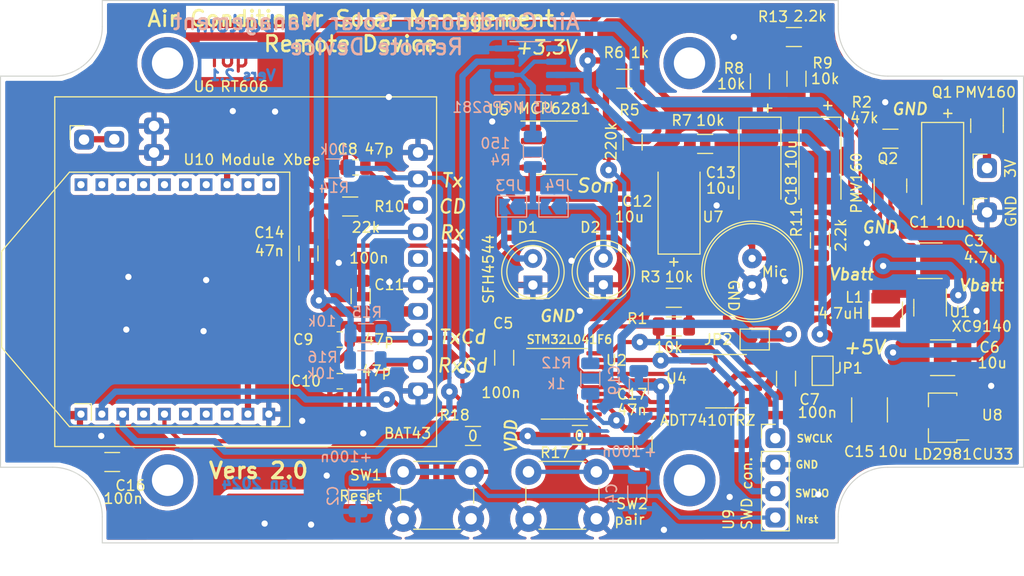
<source format=kicad_pcb>
(kicad_pcb (version 20221018) (generator pcbnew)
  (layers (0 "F.Cu" signal) (31 "B.Cu" signal) (34 "B.Paste" user) (35 "F.Paste" user) (36 "B.SilkS" user "B.Silkscreen") (37 "F.SilkS" user "F.Silkscreen") (38 "B.Mask" user) (39 "F.Mask" user) (44 "Edge.Cuts" user))
  (net 0 "")
  (net 1 "+3V0")
  (net 2 "GND")
  (net 3 "/Reset")
  (net 4 "/Vbatt")
  (net 5 "+5V")
  (net 6 "/UserBP")
  (net 7 "/DataIn")
  (net 8 "/TxCmde")
  (net 9 "/RxCmde")
  (net 10 "/MiC")
  (net 11 "/MIC_InAOP")
  (net 12 "/CarrierDetect")
  (net 13 "/VtGND")
  (net 14 "/LED_Top")
  (net 15 "/LED_Side")
  (net 16 "/SWCLK")
  (net 17 "/SWDIO")
  (net 18 "/LED")
  (net 19 "/Lx")
  (net 20 "/BoostEn")
  (net 21 "/Out_LED")
  (net 22 "/CR_AOP")
  (net 23 "/MicroPhone")
  (net 24 "/CD")
  (net 25 "/CT")
  (net 26 "/INT")
  (net 27 "/CmdeLED_IR")
  (net 28 "/DataOut")
  (net 29 "/SCL")
  (net 30 "/SDA")
  (net 38 "/Ant")
  (net 39 "/piles")
  (net 40 "VDD")
  (net 41 "/Pwr_ADT7410")
  (net 42 "+3V3")
  (net 43 "Net-(C18-Pad1)")
  (net 44 "/Son")
  (footprint "LibKiCad_PjtDeviceManagePV:SW" (layer "F.Cu") (at 64.75 110.5 180)
    (fp_text reference "SW1")
    (fp_text value "BP")
  )
  (footprint "Package_TO_SOT_SMD:SOT-23" (layer "F.Cu") (at 108.25 80.75 90)
    (fp_text reference "Q2")
    (fp_text value "PJA3411")
  )
  (footprint "Capacitor_Tantalum_SMD:CP_EIA-7132-20_AVX-U" (layer "F.Cu") (at 113.25 79 -90)
    (fp_text reference "C1")
    (fp_text value "10u")
  )
  (footprint "Jumper:SolderJumper-2_P1.3mm_Open_TrianglePad1.0x1.5mm" (layer "F.Cu") (at 95.25 95.5)
    (fp_text reference "JP2")
    (fp_text value "SolderJumper_2_Open")
  )
  (footprint "Jumper:SolderJumper-2_P1.3mm_Open_TrianglePad1.0x1.5mm" (layer "F.Cu") (at 101.75 98.5 -90)
    (fp_text reference "JP1")
    (fp_text value "SolderJumper_2_Open")
  )
  (footprint "LibKiCad_PjtDeviceManagePV:PinHeader1Pt" (layer "F.Cu") (at 117.5 79)
    (fp_text reference "J1")
    (fp_text value "pin")
  )
  (footprint "Capacitor_SMD:C_1206_3216Metric" (layer "F.Cu") (at 57.5 91.35 90)
    (fp_text reference "C11")
    (fp_text value "100n")
  )
  (footprint "Package_TO_SOT_SMD:SOT-23" (layer "F.Cu") (at 117.5 75 -90)
    (fp_text reference "Q1")
    (fp_text value "PJA3411")
  )
  (footprint "Resistor_SMD:R_1206_3216Metric" (layer "F.Cu") (at 99 66.5)
    (fp_text reference "R13")
    (fp_text value "2.2k")
  )
  (footprint "LibKiCad_INSA:XBEE-3-TH" (layer "F.Cu") (at 50.705 103.855 90)
    (fp_text reference "U10")
    (fp_text value "XBEE-3")
  )
  (footprint "Resistor_SMD:R_1206_3216Metric" (layer "F.Cu") (at 87.5 94.25 180)
    (fp_text reference "R1")
    (fp_text value "10k")
  )
  (footprint "LED_THT:LED_D5.0mm_IRGrey" (layer "F.Cu") (at 80.75 90.25 90)
    (fp_text reference "D2")
    (fp_text value "SFH4544")
  )
  (footprint "Package_SO:SOIC-8_3.9x4.9mm_P1.27mm" (layer "F.Cu") (at 76.30125 77.115)
    (fp_text reference "U5")
    (fp_text value "MCP6281")
  )
  (footprint "Resistor_SMD:R_1206_3216Metric" (layer "F.Cu") (at 87.5 91.5 180)
    (fp_text reference "R3")
    (fp_text value "10k")
  )
  (footprint "Capacitor_SMD:C_1206_3216Metric" (layer "F.Cu") (at 71.25 97.25 90)
    (fp_text reference "C5")
    (fp_text value "100n")
  )
  (footprint "Capacitor_SMD:C_1206_3216Metric" (layer "F.Cu") (at 52.5 87.25 -90)
    (fp_text reference "C14")
    (fp_text value "47n")
  )
  (footprint "Resistor_SMD:R_1206_3216Metric" (layer "F.Cu") (at 68.2625 104.75 180)
    (fp_text reference "R18")
    (fp_text value "0")
  )
  (footprint "Resistor_SMD:R_1206_3216Metric" (layer "F.Cu") (at 78.5 104.65)
    (fp_text reference "R17")
    (fp_text value "0")
  )
  (footprint "Inductor_SMD:L_Abracon_ASPI-3012S" (layer "F.Cu") (at 107.8 92.7 90)
    (fp_text reference "L1")
    (fp_text value "4.7u")
  )
  (footprint "Capacitor_SMD:C_1206_3216Metric" (layer "F.Cu") (at 84.5 105.5 -90)
    (fp_text reference "C17")
    (fp_text value "47n")
  )
  (footprint "Capacitor_SMD:C_0805_2012Metric" (layer "F.Cu") (at 55.5 95.5 180)
    (fp_text reference "C9")
    (fp_text value "47p")
  )
  (footprint "Capacitor_SMD:C_1206_3216Metric" (layer "F.Cu") (at 98.25 99.25 -90)
    (fp_text reference "C7")
    (fp_text value "100n")
  )
  (footprint "Capacitor_Tantalum_SMD:CP_EIA-7132-20_AVX-U" (layer "F.Cu") (at 101.5 78.5 -90)
    (fp_text reference "C18")
    (fp_text value "10u")
  )
  (footprint "LibKiCad_PjtDeviceManagePV:PinHeader1Pt" (layer "F.Cu") (at 117.5 83.25)
    (fp_text reference "J2")
    (fp_text value "pin")
  )
  (footprint "Package_SO:TSSOP-20_4.4x6.5mm_P0.65mm" (layer "F.Cu") (at 77 99.75)
    (fp_text reference "U2")
    (fp_text value "STM32L041F6Px")
  )
  (footprint "Capacitor_SMD:C_1812_4532Metric" (layer "F.Cu") (at 113.25 97.25)
    (fp_text reference "C6")
    (fp_text value "10u")
  )
  (footprint "Resistor_SMD:R_1206_3216Metric" (layer "F.Cu") (at 90.5 76.75)
    (fp_text reference "R7")
    (fp_text value "10k")
  )
  (footprint "Resistor_SMD:R_1206_3216Metric" (layer "F.Cu") (at 82.75 70.5 180)
    (fp_text reference "R6")
    (fp_text value "1k")
  )
  (footprint "Resistor_SMD:R_1206_3216Metric" (layer "F.Cu") (at 108.25 76.25 180)
    (fp_text reference "R2")
    (fp_text value "47k")
  )
  (footprint "Capacitor_SMD:C_0805_2012Metric" (layer "F.Cu") (at 57 79 180)
    (fp_text reference "C8")
    (fp_text value "47p")
  )
  (footprint "Resistor_SMD:R_1206_3216Metric" (layer "F.Cu") (at 83.55125 76.615 -90)
    (fp_text reference "R5")
    (fp_text value "220k")
  )
  (footprint "Package_SO:SOP-8_3.9x4.9mm_P1.27mm" (layer "F.Cu") (at 92.5 99.5)
    (fp_text reference "U4")
    (fp_text value "ADT7410TRZ")
  )
  (footprint "Capacitor_Tantalum_SMD:CP_EIA-7132-20_AVX-U" (layer "F.Cu") (at 88 83 90)
    (fp_text reference "C12")
    (fp_text value "10u")
  )
  (footprint "Capacitor_SMD:C_1206_3216Metric" (layer "F.Cu") (at 33.7 107.25)
    (fp_text reference "C16")
    (fp_text value "100n")
  )
  (footprint "Resistor_SMD:R_1206_3216Metric" (layer "F.Cu") (at 99.25 70.5 90)
    (fp_text reference "R9")
    (fp_text value "10k")
  )
  (footprint "Capacitor_SMD:C_1812_4532Metric" (layer "F.Cu") (at 106.25 102.25 90)
    (fp_text reference "C15")
    (fp_text value "10u")
  )
  (footprint "Capacitor_Tantalum_SMD:CP_EIA-7132-20_AVX-U" (layer "F.Cu") (at 95.75 78.5 -90)
    (fp_text reference "C13")
    (fp_text value "10u")
  )
  (footprint "LED_THT:LED_D5.0mm_IRGrey" (layer "F.Cu") (at 74 90.275 90)
    (fp_text reference "D1")
    (fp_text value "SFH4544")
  )
  (footprint "LibKiCad_PjtDeviceManagePV:RT606" (layer "F.Cu") (at 47.5 89)
    (fp_text reference "U6")
    (fp_text value "RT606")
  )
  (footprint "LibKiCad_PjtDeviceManagePV:SW" (layer "F.Cu") (at 76.75 110.5 180)
    (fp_text reference "SW2")
    (fp_text value "BP")
  )
  (footprint "Capacitor_SMD:C_1812_4532Metric" (layer "F.Cu") (at 112.05 87.95)
    (fp_text reference "C3")
    (fp_text value "4.7u")
  )
  (footprint "Package_TO_SOT_SMD:SOT-23-5" (layer "F.Cu") (at 112.05 92.45 -90)
    (fp_text reference "U1")
    (fp_text value "XC9140")
  )
  (footprint "Capacitor_SMD:C_0805_2012Metric" (layer "F.Cu") (at 55.5 99.5 180)
    (fp_text reference "C10")
    (fp_text value "47p")
  )
  (footprint "Resistor_SMD:R_1206_3216Metric" (layer "F.Cu") (at 56.5 82.75)
    (fp_text reference "R10")
    (fp_text value "22k")
  )
  (footprint "Package_TO_SOT_SMD:SOT-89-3_Handsoldering" (layer "F.Cu") (at 113.25 103 180)
    (fp_text reference "U8")
    (fp_text value "LD2981CU33")
  )
  (footprint "LibKiCad_PjtDeviceManagePV:PinHeader1Pt" (layer "F.Cu") (at 31 76.273)
    (fp_text reference "J3" hide)
    (fp_text value "Ant")
  )
  (footprint "Resistor_SMD:R_1206_3216Metric" (layer "F.Cu") (at 95.75 70.75 -90)
    (fp_text reference "R8")
    (fp_text value "10k")
  )
  (footprint "Resistor_SMD:R_1206_3216Metric" (layer "F.Cu") (at 101.5 86 -90)
    (fp_text reference "R11")
    (fp_text value "2.2k")
  )
  (footprint "LibKiCad_PjtDeviceManagePV:Microphone" (layer "F.Cu") (at 95 89 -90)
    (fp_text reference "U7")
    (fp_text value "Microphone")
  )
  (footprint "LibKiCad_PjtDeviceManagePV:PinHeader4pts" (layer "F.Cu") (at 97.5 107.75)
    (fp_text reference "U9")
    (fp_text value "Con_4pts")
  )
  (footprint "Jumper:SolderJumper-2_P1.3mm_Open_TrianglePad1.0x1.5mm" (layer "B.Cu") (at 72 82.75 180)
    (fp_text reference "JP3")
    (fp_text value "SolderJumper_2_Open")
  )
  (footprint "Resistor_SMD:R_1206_3216Metric" (layer "B.Cu") (at 79.5 99.25 -90)
    (fp_text reference "R12")
    (fp_text value "1k")
  )
  (footprint "Resistor_SMD:R_1206_3216Metric" (layer "B.Cu") (at 54.95 79.1)
    (fp_text reference "R14")
    (fp_text value "10k")
  )
  (footprint "Resistor_SMD:R_1206_3216Metric" (layer "B.Cu") (at 58 94.9)
    (fp_text reference "R15")
    (fp_text value "10k")
  )
  (footprint "Capacitor_SMD:C_1206_3216Metric" (layer "B.Cu") (at 84 110.25 -90)
    (fp_text reference "C4")
    (fp_text value "100n")
  )
  (footprint "Package_SO:SOIC-8_3.9x4.9mm_P1.27mm" (layer "B.Cu") (at 73.75 69.5)
    (fp_text reference "U3")
    (fp_text value "MCP6281")
  )
  (footprint "Capacitor_SMD:C_1206_3216Metric" (layer "B.Cu") (at 84.15 100 -90)
    (fp_text reference "C19")
    (fp_text value "100n")
  )
  (footprint "Jumper:SolderJumper-2_P1.3mm_Open_TrianglePad1.0x1.5mm" (layer "B.Cu") (at 75.975 82.75 180)
    (fp_text reference "JP4")
    (fp_text value "SolderJumper_2_Open")
  )
  (footprint "Resistor_SMD:R_1206_3216Metric" (layer "B.Cu") (at 74 77.5 90)
    (fp_text reference "R4")
    (fp_text value "150")
  )
  (footprint "Resistor_SMD:R_1206_3216Metric" (layer "B.Cu") (at 57.95 97.5)
    (fp_text reference "R16")
    (fp_text value "10k")
  )
  (footprint "Capacitor_SMD:C_1206_3216Metric" (layer "B.Cu") (at 57.25 110.5 -90)
    (fp_text reference "C2")
    (fp_text value "100n")
  )
  (gr_line (start 28 107.75) (end 23 107.75) (stroke (width 0.1)) (layer "Edge.Cuts"))
  (gr_line (start 103.25 112.5) (end 103.25 115) (stroke (width 0.1)) (layer "Edge.Cuts"))
  (gr_line (start 108 107.75) (end 121 107.75) (stroke (width 0.1)) (layer "Edge.Cuts"))
  (gr_line (start 32.75 63) (end 103.25 63) (stroke (width 0.1)) (layer "Edge.Cuts"))
  (gr_line (start 121 70.25) (end 121 107.75) (stroke (width 0.1)) (layer "Edge.Cuts"))
  (gr_line (start 32.75 65.5) (end 32.75 63) (stroke (width 0.1)) (layer "Edge.Cuts"))
  (gr_arc (start 103.25 112.5) (mid 104.641243 109.141243) (end 108 107.75) (stroke (width 0.1)) (layer "Edge.Cuts"))
  (gr_arc (start 28 107.75) (mid 31.358757 109.141243) (end 32.75 112.5) (stroke (width 0.1)) (layer "Edge.Cuts"))
  (gr_line (start 23 107.75) (end 23 70.25) (stroke (width 0.1)) (layer "Edge.Cuts"))
  (gr_line (start 32.75 112.5) (end 32.75 115) (stroke (width 0.1)) (layer "Edge.Cuts"))
  (gr_line (start 28 70.25) (end 23 70.25) (stroke (width 0.1)) (layer "Edge.Cuts"))
  (gr_line (start 103.256565 65.250346) (end 103.25 63) (stroke (width 0.1)) (layer "Edge.Cuts"))
  (gr_line (start 103.25 115) (end 32.75 115) (stroke (width 0.1)) (layer "Edge.Cuts"))
  (gr_arc (start 108 70.25) (mid 104.554107 68.7693) (end 103.256565 65.250346) (stroke (width 0.1)) (layer "Edge.Cuts"))
  (gr_line (start 108 70.25) (end 121 70.25) (stroke (width 0.1)) (layer "Edge.Cuts"))
  (gr_arc (start 32.75 65.5) (mid 31.358757 68.858757) (end 28 70.25) (stroke (width 0.1)) (layer "Edge.Cuts"))
  (gr_text "Top" (at 44.85 68.6) (layer "F.Cu") (effects (font (size 1.5 1.5) (thickness 0.3))))
  (gr_text "bottom" (at 45.5 65.25) (layer "B.Cu") (effects (font (size 1.5 1.5) (thickness 0.3)) (justify mirror)))
  (gr_text "Jan 2024" (at 51.5 109.9) (layer "B.Cu") (effects (font (size 1 1) (thickness 0.25) bold) (justify left bottom mirror)))
  (gr_text "Vers 2.1" (at 49.5 70.75) (layer "B.Cu") (effects (font (size 1 1) (thickness 0.25) bold) (justify left bottom mirror)))
  (gr_text "+" (at 85.25 106.25) (layer "B.SilkS") (effects (font (size 1 1)) (justify mirror)))
  (gr_text "100n" (at 55.5 106.75) (layer "B.SilkS") (effects (font (size 1 1)) (justify mirror)))
  (gr_text "100n" (at 82.5 106.25) (layer "B.SilkS") (effects (font (size 1 1)) (justify mirror)))
  (gr_text "+" (at 58 106.75) (layer "B.SilkS") (effects (font (size 1 1)) (justify mirror)))
  (gr_text "1k" (at 76.25 99.75) (layer "B.SilkS") (effects (font (size 1 1)) (justify mirror)))
  (gr_text "150" (at 70.4 76.7) (layer "B.SilkS") (effects (font (size 1 1)) (justify mirror)))
  (gr_text "MCP6281" (at 69.75 73.25) (layer "B.SilkS") (effects (font (size 1 1)) (justify mirror)))
  (gr_text "Air Conditioner Solar Management\nRemote Device" (at 59 66.25) (layer "B.SilkS") (effects (font (size 1.5 1.5) (thickness 0.25)) (justify mirror)))
  (gr_text "GND\n" (at 119.8 83.2 90) (layer "F.SilkS") (effects (font (size 1 1))))
  (gr_text "ADT7410TRZ" (at 90.75 103.25) (layer "F.SilkS") (effects (font (size 1 1))))
  (gr_text "47k" (at 105.75 74.25) (layer "F.SilkS") (effects (font (size 1 1))))
  (gr_text "10k" (at 91 74.5) (layer "F.SilkS") (effects (font (size 1 1))))
  (gr_text "Tx" (at 66.25 80.25) (layer "F.SilkS") (effects (font (size 1.3 1.3) (thickness 0.2) italic)))
  (gr_text "47p" (at 59.25 95.5) (layer "F.SilkS") (effects (font (size 1 1))))
  (gr_text "1k" (at 84.25 68) (layer "F.SilkS") (effects (font (size 1 1))))
  (gr_text "Air Conditioner Solar Management\nRemote Device" (at 56.55 65.95) (layer "F.SilkS") (effects (font (size 1.5 1.5) (thickness 0.25))))
  (gr_text "2.2k\n" (at 103.5 85.5 90) (layer "F.SilkS") (effects (font (size 1 1))))
  (gr_text "100n\n" (at 101.25 102.5) (layer "F.SilkS") (effects (font (size 1 1))))
  (gr_text "10k" (at 87 96.25) (layer "F.SilkS") (effects (font (size 1 1))))
  (gr_text "Reset" (at 57.5 110.5) (layer "F.SilkS") (effects (font (size 1 1))))
  (gr_text "+3,3V" (at 75.25 67.5) (layer "F.SilkS") (effects (font (size 1.3 1.3) (thickness 0.2) italic)))
  (gr_text "10k" (at 102 70.5) (layer "F.SilkS") (effects (font (size 1 1))))
  (gr_text "PMV160" (at 105 80.5 90) (layer "F.SilkS") (effects (font (size 1 1))))
  (gr_text "MCP6281" (at 76.05125 73.365) (layer "F.SilkS") (effects (font (size 1 1))))
  (gr_text "GND" (at 76.35 93.25) (layer "F.SilkS") (effects (font (size 1.1 1.1) (thickness 0.2) italic)))
  (gr_text "Vers 2.0" (at 42.8 108.95) (layer "F.SilkS") (effects (font (size 1.5 1.5) (thickness 0.3) bold) (justify left bottom)))
  (gr_text "LD2981CU33" (at 115.25 106.5) (layer "F.SilkS") (effects (font (size 1 1))))
  (gr_text "4.7u" (at 116.9 87.65) (layer "F.SilkS") (effects (font (size 1 1))))
  (gr_text "10u" (at 83.25 83.75) (layer "F.SilkS") (effects (font (size 1 1))))
  (gr_text "+" (at 102.25 73) (layer "F.SilkS") (effects (font (size 1 1))))
  (gr_text "RxCd" (at 67.25 98) (layer "F.SilkS") (effects (font (size 1.3 1.3) (thickness 0.2) italic)))
  (gr_text "+" (at 87.5 88) (layer "F.SilkS") (effects (font (size 1 1))))
  (gr_text "47n" (at 83.5 102.25) (layer "F.SilkS") (effects (font (size 1 1))))
  (gr_text "SWCLK" (at 101 105) (layer "F.SilkS") (effects (font (size 0.7 0.7))))
  (gr_text "SFH4544" (at 69.75 88.75 90) (layer "F.SilkS") (effects (font (size 1 1))))
  (gr_text "22k" (at 58 84.75) (layer "F.SilkS") (effects (font (size 1 1))))
  (gr_text "10u" (at 118 97.75) (layer "F.SilkS") (effects (font (size 1 1))))
  (gr_text "Vbatt" (at 116.95 90.3) (layer "F.SilkS") (effects (font (size 1.1 1.1) (thickness 0.2) italic)))
  (gr_text "SWDIO" (at 100.75 110.25) (layer "F.SilkS") (effects (font (size 0.7 0.7))))
  (gr_text "10u" (at 98.75 77.75 90) (layer "F.SilkS") (effects (font (size 1 1))))
  (gr_text "3V" (at 119.75 79.1 90) (layer "F.SilkS") (effects (font (size 1 1))))
  (gr_text "RT606 " (at 46.75 71.25) (layer "F.SilkS") (effects (font (size 1 1))))
  (gr_text "PMV160" (at 117.35 71.8) (layer "F.SilkS") (effects (font (size 1 1))))
  (gr_text "47n" (at 48.75 87) (layer "F.SilkS") (effects (font (size 1 1))))
  (gr_text "10k" (at 93 71) (layer "F.SilkS") (effects (font (size 1 1))))
  (gr_text "220k" (at 81.5 76.5 90) (layer "F.SilkS") (effects (font (size 1 1))))
  (gr_text "Mic\n" (at 98.5 89) (layer "F.SilkS") (effects (font (size 1 1)) (justify right)))
  (gr_text "XC9140" (at 117 94.25) (layer "F.SilkS") (effects (font (size 1 1))))
  (gr_text "CD" (at 66.25 82.75) (layer "F.SilkS") (effects (font (size 1.3 1.3) (thickness 0.2) italic)))
  (gr_text "SWD con." (at 94.5 110.25 90) (layer "F.SilkS") (effects (font (size 1 1))))
  (gr_text "BAT43" (at 62 104.5) (layer "F.SilkS") (effects (font (size 1 1))))
  (gr_text "100n" (at 58.3 87.7) (layer "F.SilkS") (effects (font (size 1 1))))
  (gr_text "Son" (at 80 80.75) (layer "F.SilkS") (effects (font (size 1.3 1.3) (thickness 0.2) italic)))
  (gr_text "TxCd" (at 67.25 95.25) (layer "F.SilkS") (effects (font (size 1.3 1.3) (thickness 0.2) italic)))
  (gr_text "100n" (at 34.75 110.75) (layer "F.SilkS") (effects (font (size 1 1))))
  (gr_text "GND" (at 110.1 73.4) (layer "F.SilkS") (effects (font (size 1.1 1.1) (thickness 0.2) italic)))
  (gr_text "Vbatt" (at 104.5 89.25) (layer "F.SilkS") (effects (font (size 1.1 1.1) (thickness 0.2) italic)))
  (gr_text "Nrst" (at 100.25 112.75) (layer "F.SilkS") (effects (font (size 0.7 0.7))))
  (gr_text "+" (at 113.75 73.75) (layer "F.SilkS") (effects (font (size 1 1)) (justify mirror)))
  (gr_text "GND" (at 107.25 84.75) (layer "F.SilkS") (effects (font (size 1.1 1.1) (thickness 0.2) italic)))
  (gr_text "+5V" (at 105.75 96.25) (layer "F.SilkS") (effects (font (size 1.3 1.3) (thickness 0.2) italic)))
  (gr_text "VDD" (at 71.9 104.75 90) (layer "F.SilkS") (effects (font (size 1.1 1.1) (thickness 0.2) italic)))
  (gr_text "Rx" (at 66.25 85.25) (layer "F.SilkS") (effects (font (size 1.3 1.3) (thickness 0.2) italic)))
  (gr_text "100n" (at 70.95 100.6) (layer "F.SilkS") (effects (font (size 1 1))))
  (gr_text "10u" (at 108.5 106.25) (layer "F.SilkS") (effects (font (size 1 1))))
  (gr_text "10u" (at 114 84.25) (layer "F.SilkS") (effects (font (size 1 1))))
  (gr_text "+" (at 96.5 73.25) (layer "F.SilkS") (effects (font (size 1 1))))
  (gr_text "GND\n" (at 100.25 107.5) (layer "F.SilkS") (effects (font (size 0.7 0.7))))
  (gr_text "10u" (at 92 81) (layer "F.SilkS") (effects (font (size 1 1))))
  (gr_text "STM32L041F6" (at 77.5 95.5) (layer "F.SilkS") (effects (font (size 0.8 0.8))))
  (gr_text "47p" (at 59 98.5) (layer "F.SilkS") (effects (font (size 1 1))))
  (gr_text "10k" (at 88 89.5) (layer "F.SilkS") (effects (font (size 1 1))))
  (gr_text "pair" (at 83.25 112.75) (layer "F.SilkS") (effects (font (size 1 1))))
  (gr_text " Module Xbee" (at 48.5 78.25) (layer "F.SilkS") (effects (font (size 1 1))))
  (gr_text "4.7uH" (at 103.5 93) (layer "F.SilkS") (effects (font (size 1 1))))
  (gr_text "47p" (at 59.25 77.25) (layer "F.SilkS") (effects (font (size 1 1))))
  (via locked (at 39 109) (size 5) (drill 3) (layers "F.Cu" "B.Cu") (net 0))
  (via locked (at 89 109) (size 5) (drill 3) (layers "F.Cu" "B.Cu") (net 0))
  (via locked (at 89 69) (size 5) (drill 3) (layers "F.Cu" "B.Cu") (net 0))
  (via locked (at 39 69) (size 5) (drill 3) (layers "F.Cu" "B.Cu") (net 0))
  (segment (start 116.55 74.0625) (end 116.55 71.7) (width 0.8) (layer "F.Cu") (net 1))
  (segment (start 102 106) (end 102.75 106.75) (width 0.8) (layer "F.Cu") (net 1))
  (segment (start 118.5 106.75) (end 120 105.25) (width 0.8) (layer "F.Cu") (net 1))
  (segment (start 113.75 71.5) (end 113.25 72) (width 0.8) (layer "F.Cu") (net 1))
  (segment (start 116.55 71.7) (end 116.75 71.5) (width 0.8) (layer "F.Cu") (net 1))
  (segment (start 113.25 72) (end 113.25 76.025) (width 0.8) (layer "F.Cu") (net 1))
  (segment (start 120 105.25) (end 120 72.75) (width 0.8) (layer "F.Cu") (net 1))
  (segment (start 116.75 71.5) (end 113.75 71.5) (width 0.8) (layer "F.Cu") (net 1))
  (segment (start 100.75 102.75) (end 102 104) (width 0.8) (layer "F.Cu") (net 1))
  (segment (start 113.475 76.25) (end 109.7125 76.25) (width 1) (layer "F.Cu") (net 1))
  (segment (start 118.75 71.5) (end 116.75 71.5) (width 0.8) (layer "F.Cu") (net 1))
  (segment (start 109.7125 76.25) (end 109.7125 81.175) (width 0.8) (layer "F.Cu") (net 1))
  (segment (start 102.75 106.75) (end 118.5 106.75) (width 0.8) (layer "F.Cu") (net 1))
  (segment (start 109.7125 81.175) (end 109.2 81.6875) (width 0.6) (layer "F.Cu") (net 1))
  (segment (start 120 72.75) (end 118.75 71.5) (width 0.8) (layer "F.Cu") (net 1))
  (segment (start 95.25 103.5) (end 96 102.75) (width 0.8) (layer "F.Cu") (net 1))
  (segment (start 95.25 104.75) (end 95.25 103.5) (width 0.8) (layer "F.Cu") (net 1))
  (segment (start 94.5 105.5) (end 95.25 104.75) (width 0.8) (layer "F.Cu") (net 1))
  (segment (start 96 102.75) (end 100.75 102.75) (width 0.8) (layer "F.Cu") (net 1))
  (segment (start 81 105) (end 81.5 105.5) (width 0.8) (layer "F.Cu") (net 1))
  (segment (start 80.15 105) (end 81 105) (width 0.8) (layer "F.Cu") (net 1))
  (segment (start 102 104) (end 102 106) (width 0.8) (layer "F.Cu") (net 1))
  (segment (start 81.5 105.5) (end 94.5 105.5) (width 0.8) (layer "F.Cu") (net 1))
  (segment (start 89.875 100.135) (end 89.875 101.405) (width 0.4) (layer "F.Cu") (net 2))
  (segment (start 78.825 100.075) (end 79.8625 100.075) (width 0.4) (layer "F.Cu") (net 2))
  (segment (start 92.25 100.15) (end 89.99 100.15) (width 0.6) (layer "F.Cu") (net 2))
  (segment (start 106.25 96.5) (end 105.25 95.5) (width 0.6) (layer "F.Cu") (net 2))
  (segment (start 95.125 98.865) (end 93.635 98.865) (width 0.6) (layer "F.Cu") (net 2))
  (segment (start 71.975 90.275) (end 74 90.275) (width 0.6) (layer "F.Cu") (net 2))
  (segment (start 75.575 96.825) (end 78.825 100.075) (width 0.4) (layer "F.Cu") (net 2))
  (segment (start 105.25 95.5) (end 105.25 87) (width 0.6) (layer "F.Cu") (net 2))
  (segment (start 85.25 101.5) (end 89.78 101.5) (width 0.4) (layer "F.Cu") (net 2))
  (segment (start 83.825 100.075) (end 85.25 101.5) (width 0.4) (layer "F.Cu") (net 2))
  (segment (start 74.1375 96.1375) (end 73.75 95.75) (width 0.4) (layer "F.Cu") (net 2))
  (segment (start 93.535 98.865) (end 93.635 98.865) (width 0.6) (layer "F.Cu") (net 2))
  (segment (start 74.1375 96.825) (end 74.1375 96.1375) (width 0.4) (layer "F.Cu") (net 2))
  (segment (start 74.1375 96.825) (end 75.575 96.825) (width 0.4) (layer "F.Cu") (net 2))
  (segment (start 71.275 95.75) (end 71.25 95.775) (width 0.4) (layer "F.Cu") (net 2))
  (segment (start 71.25 91) (end 71.975 90.275) (width 0.6) (layer "F.Cu") (net 2))
  (segment (start 95.75 81.275) (end 101.5 81.275) (width 0.6) (layer "F.Cu") (net 2))
  (segment (start 89.78 101.5) (end 89.875 101.405) (width 0.4) (layer "F.Cu") (net 2))
  (segment (start 105.25 87) (end 106 86.25) (width 0.6) (layer "F.Cu") (net 2))
  (segment (start 112.05 88.7) (end 112.05 91.3125) (width 0.6) (layer "F.Cu") (net 2))
  (segment (start 106.25 100.2) (end 106.25 96.5) (width 0.6) (layer "F.Cu") (net 2))
  (segment (start 79.8625 100.075) (end 83.825 100.075) (width 0.4) (layer "F.Cu") (net 2))
  (segment (start 71.25 95.775) (end 71.25 91) (width 0.6) (layer "F.Cu") (net 2))
  (segment (start 114.1 87.95) (end 112.8 87.95) (width 0.6) (layer "F.Cu") (net 2))
  (segment (start 73.75 95.75) (end 71.275 95.75) (width 0.4) (layer "F.Cu") (net 2))
  (segment (start 92.25 100.15) (end 93.535 98.865) (width 0.6) (layer "F.Cu") (net 2))
  (segment (start 112.8 87.95) (end 112.05 88.7) (width 0.6) (layer "F.Cu") (net 2))
  (via (at 60.2 72.25) (size 1.6) (drill 0.6) (layers "F.Cu" "B.Cu") (net 2))
  (via (at 60.25 90) (size 1.6) (drill 0.6) (layers "F.Cu" "B.Cu") (net 2))
  (via (at 51.9 103.3) (size 1.6) (drill 0.6) (layers "F.Cu" "B.Cu") (net 2))
  (via (at 70.1 74.6) (size 1.6) (drill 0.6) (layers "F.Cu" "B.Cu") (net 2))
  (via (at 91.6 82.65) (size 1.6) (drill 0.6) (layers "F.Cu" "B.Cu") (net 2))
  (via (at 55.4 88.15) (size 1.6) (drill 0.6) (layers "F.Cu" "B.Cu") (net 2))
  (via (at 98.15 89.9) (size 1.6) (drill 0.6) (layers "F.Cu" "B.Cu") (net 2))
  (via (at 54.25 108.55) (size 1.6) (drill 0.6) (layers "F.Cu" "B.Cu") (net 2))
  (via (at 32.65 104.75) (size 1.6) (drill 0.6) (layers "F.Cu" "B.Cu") (net 2))
  (via (at 49.3 73.65) (size 1.6) (drill 0.6) (layers "F.Cu" "B.Cu") (net 2))
  (via (at 48.3 113.15) (size 1.6) (drill 0.6) (layers "F.Cu" "B.Cu") (net 2))
  (via (at 45.25 73.6) (size 1.6) (drill 0.6) (layers "F.Cu" "B.Cu") (net 2))
  (via (at 35.25 89.5) (size 1.6) (drill 0.6) (layers "F.Cu" "B.Cu") (net 2))
  (via (at 107.75 72.75) (size 1.6) (drill 0.6) (layers "F.Cu" "B.Cu") (net 2))
  (via (at 106 86.25) (size 1.6) (drill 0.6) (layers "F.Cu" "B.Cu") (net 2))
  (via (at 35.05 94.55) (size 1.6) (drill 0.6) (layers "F.Cu" "B.Cu") (net 2))
  (via (at 92.85 110.6) (size 1.6) (drill 0.6) (layers "F.Cu" "B.Cu") (net 2))
  (via (at 78.5 92.75) (size 1.6) (drill 0.6) (layers "F.Cu" "B.Cu") (net 2))
  (via (at 57.75 104.5) (size 1.6) (drill 0.6) (layers "F.Cu" "B.Cu") (net 2))
  (via (at 116.5 92.75) (size 1.6) (drill 0.6) (layers "F.Cu" "B.Cu") (net 2))
  (via (at 42.45 94.7) (size 1.6) (drill 0.6) (layers "F.Cu" "B.Cu") (net 2))
  (via (at 93.25 66.5) (size 1.6) (drill 0.6) (layers "F.Cu" "B.Cu") (net 2))
  (via (at 77.7 87.95) (size 1.6) (drill 0.6) (layers "F.Cu" "B.Cu") (net 2))
  (via (at 52.75 113.25) (size 1.6) (drill 0.6) (layers "F.Cu" "B.Cu") (net 2))
  (via (at 101.35 110.35) (size 1.6) (drill 0.6) (layers "F.Cu" "B.Cu") (net 2))
  (via (at 117.9 99.95) (size 1.6) (drill 0.6) (layers "F.Cu" "B.Cu") (net 2))
  (via (at 42.7 89.8) (size 1.6) (drill 0.6) (layers "F.Cu" "B.Cu") (net 2))
  (via (at 86.55 113.75) (size 1.6) (drill 0.6) (layers "F.Cu" "B.Cu") (net 2))
  (segment (start 72 106.25) (end 70.06 108.19) (width 0.4) (layer "F.Cu") (net 3))
  (segment (start 77.5 106.25) (end 72 106.25) (width 0.4) (layer "F.Cu") (net 3))
  (segment (start 78.1 100.85) (end 78.1 105.65) (width 0.4) (layer "F.Cu") (net 3))
  (segment (start 74.1375 98.775) (end 76.025 98.775) (width 0.4) (layer "F.Cu") (net 3))
  (segment (start 78.1 105.65) (end 77.5 106.25) (width 0.4) (layer "F.Cu") (net 3))
  (segment (start 76.025 98.775) (end 78.1 100.85) (width 0.4) (layer "F.Cu") (net 3))
  (segment (start 70.06 108.19) (end 68.076 108.19) (width 0.4) (layer "F.Cu") (net 3))
  (segment (start 68.076 108.826) (end 68.076 108.19) (width 0.4) (layer "B.Cu") (net 3))
  (segment (start 69.75 110.5) (end 68.076 108.826) (width 0.4) (layer "B.Cu") (net 3))
  (segment (start 61.576 108.19) (end 68.076 108.19) (width 0.6) (layer "B.Cu") (net 3))
  (segment (start 57.275 109) (end 57.25 109.025) (width 0.6) (layer "B.Cu") (net 3))
  (segment (start 97.224 112.576) (end 88.076 112.576) (width 0.4) (layer "B.Cu") (net 3))
  (segment (start 61.576 108.19) (end 60.766 109) (width 0.6) (layer "B.Cu") (net 3))
  (segment (start 88.076 112.576) (end 86 110.5) (width 0.4) (layer "B.Cu") (net 3))
  (segment (start 86 110.5) (end 69.75 110.5) (width 0.4) (layer "B.Cu") (net 3))
  (segment (start 60.766 109) (end 57.275 109) (width 0.6) (layer "B.Cu") (net 3))
  (segment (start 109.7 87.95) (end 110 87.95) (width 0.8) (layer "F.Cu") (net 4))
  (segment (start 108.25 83) (end 108.25 86.5) (width 0.8) (layer "F.Cu") (net 4))
  (segment (start 107.55 87.2) (end 107.55 88.45) (width 0.8) (layer "F.Cu") (net 4))
  (segment (start 114.6875 91.3125) (end 114.75 91.25) (width 0.4) (layer "F.Cu") (net 4))
  (segment (start 108.25 86.5) (end 107.55 87.2) (width 0.8) (layer "F.Cu") (net 4))
  (segment (start 108.25 86.5) (end 109.7 87.95) (width 0.8) (layer "F.Cu") (net 4))
  (segment (start 108.25 79.8125) (end 108.25 83) (width 0.4) (layer "F.Cu") (net 4))
  (segment (start 113 91.3125) (end 114.6875 91.3125) (width 0.4) (layer "F.Cu") (net 4))
  (via (at 107.55 88.45) (size 1.6) (drill 0.6) (layers "F.Cu" "B.Cu") (net 4))
  (via (at 114.75 91.25) (size 1.6) (drill 0.6) (layers "F.Cu" "B.Cu") (net 4))
  (segment (start 107.55 88.45) (end 113.95 88.45) (width 0.8) (layer "B.Cu") (net 4))
  (segment (start 113.95 88.45) (end 114.75 89.25) (width 0.8) (layer "B.Cu") (net 4))
  (segment (start 114.75 89.25) (end 114.75 91.25) (width 0.8) (layer "B.Cu") (net 4))
  (segment (start 110 100.5) (end 114.4 100.5) (width 1) (layer "F.Cu") (net 5))
  (segment (start 114.4 100.5) (end 115.4 101.5) (width 1) (layer "F.Cu") (net 5))
  (segment (start 57.665 92.81) (end 57.5 92.975) (width 0.6) (layer "F.Cu") (net 5))
  (segment (start 108.5 97.5) (end 109.25 98.25) (width 1) (layer "F.Cu") (net 5))
  (segment (start 57.5 92.825) (end 54.575 92.825) (width 1) (layer "F.Cu") (net 5))
  (segment (start 108.5 96.75) (end 108.5 97.5) (width 1) (layer "F.Cu") (net 5))
  (segment (start 62.994 92.81) (end 57.665 92.81) (width 1) (layer "F.Cu") (net 5))
  (segment (start 54.575 92.825) (end 53.5 91.75) (width 1) (layer "F.Cu") (net 5))
  (segment (start 109.25 98.25) (end 109.25 99.75) (width 1) (layer "F.Cu") (net 5))
  (segment (start 109.25 99.75) (end 110 100.5) (width 1) (layer "F.Cu") (net 5))
  (via (at 53.5 91.75) (size 1.6) (drill 0.6) (layers "F.Cu" "B.Cu") (net 5))
  (via (at 108.5 96.75) (size 1.6) (drill 0.6) (layers "F.Cu" "B.Cu") (net 5))
  (segment (start 55 91.75) (end 53.5 91.75) (width 0.6) (layer "B.Cu") (net 5))
  (segment (start 56.4875 94.95) (end 56.5375 94.9) (width 0.6) (layer "B.Cu") (net 5))
  (segment (start 53.5 91.75) (end 53.5 67) (width 1) (layer "B.Cu") (net 5))
  (segment (start 56.5375 93.2875) (end 55 91.75) (width 0.6) (layer "B.Cu") (net 5))
  (segment (start 82 65.5) (end 83.75 67.25) (width 1) (layer "B.Cu") (net 5))
  (segment (start 116.75 96.75) (end 108.5 96.75) (width 1) (layer "B.Cu") (net 5))
  (segment (start 118.25 88.5) (end 118.25 95.25) (width 1) (layer "B.Cu") (net 5))
  (segment (start 101.5 72.75) (end 104.25 75.5) (width 1) (layer "B.Cu") (net 5))
  (segment (start 56.5375 94.9) (end 56.5375 93.2875) (width 0.6) (layer "B.Cu") (net 5))
  (segment (start 55 65.5) (end 82 65.5) (width 1) (layer "B.Cu") (net 5))
  (segment (start 118.25 95.25) (end 116.75 96.75) (width 1) (layer "B.Cu") (net 5))
  (segment (start 83.75 71) (end 85.5 72.75) (width 1) (layer "B.Cu") (net 5))
  (segment (start 83.75 67.25) (end 83.75 71) (width 1) (layer "B.Cu") (net 5))
  (segment (start 53.5 67) (end 55 65.5) (width 1) (layer "B.Cu") (net 5))
  (segment (start 104.25 79.5) (end 110.25 85.5) (width 1) (layer "B.Cu") (net 5))
  (segment (start 104.25 75.5) (end 104.25 79.5) (width 1) (layer "B.Cu") (net 5))
  (segment (start 115.25 85.5) (end 118.25 88.5) (width 1) (layer "B.Cu") (net 5))
  (segment (start 56.4875 97.5) (end 56.4875 94.95) (width 0.6) (layer "B.Cu") (net 5))
  (segment (start 85.5 72.75) (end 101.5 72.75) (width 1) (layer "B.Cu") (net 5))
  (segment (start 110.25 85.5) (end 115.25 85.5) (width 1) (layer "B.Cu") (net 5))
  (segment (start 78.85 106.964) (end 80.076 108.19) (width 0.4) (layer "F.Cu") (net 6))
  (segment (start 79.8625 102.675) (end 78.85 103.6875) (width 0.4) (layer "F.Cu") (net 6))
  (segment (start 78.85 103.6875) (end 78.85 106.964) (width 0.4) (layer "F.Cu") (net 6))
  (segment (start 83.415 108.19) (end 84 108.775) (width 0.4) (layer "B.Cu") (net 6))
  (segment (start 80.076 108.19) (end 83.415 108.19) (width 0.4) (layer "B.Cu") (net 6))
  (segment (start 73.576 108.19) (end 80.076 108.19) (width 0.4) (layer "B.Cu") (net 6))
  (segment (start 62.884 80) (end 58.95 80) (width 0.4) (layer "F.Cu") (net 7))
  (segment (start 67.125 101.375) (end 66.25 100.5) (width 0.4) (layer "F.Cu") (net 7))
  (segment (start 66.25 100.5) (end 66 100.5) (width 0.4) (layer "F.Cu") (net 7))
  (segment (start 62.884 80) (end 62.994 80.11) (width 0.6) (layer "F.Cu") (net 7))
  (segment (start 58.95 80) (end 57.95 79) (width 0.4) (layer "F.Cu") (net 7))
  (segment (start 74.1375 101.375) (end 67.125 101.375) (width 0.4) (layer "F.Cu") (net 7))
  (via (at 66 100.5) (size 1.6) (drill 0.6) (layers "F.Cu" "B.Cu") (net 7))
  (segment (start 63.104 80) (end 62.994 80.11) (width 0.4) (layer "B.Cu") (net 7))
  (segment (start 60.8 80) (end 62.884 80) (width 0.5) (layer "B.Cu") (net 7))
  (segment (start 59.9 79.1) (end 60.8 80) (width 0.5) (layer "B.Cu") (net 7))
  (segment (start 43.5 105.25) (end 36 105.25) (width 0.6) (layer "B.Cu") (net 7))
  (segment (start 56.4125 79.1) (end 59.9 79.1) (width 0.5) (layer "B.Cu") (net 7))
  (segment (start 59 106.25) (end 44.5 106.25) (width 0.6) (layer "B.Cu") (net 7))
  (segment (start 66 80.75) (end 65.25 80) (width 0.4) (layer "B.Cu") (net 7))
  (segment (start 62.884 80) (end 62.994 80.11) (width 0.5) (layer "B.Cu") (net 7))
  (segment (start 60 105.25) (end 59 106.25) (width 0.6) (layer "B.Cu") (net 7))
  (segment (start 66 100.5) (end 66 80.75) (width 0.4) (layer "B.Cu") (net 7))
  (segment (start 66 102.5) (end 63.25 105.25) (width 0.6) (layer "B.Cu") (net 7))
  (segment (start 63.104 80) (end 65.25 80) (width 0.4) (layer "B.Cu") (net 7))
  (segment (start 63.25 105.25) (end 60 105.25) (width 0.6) (layer "B.Cu") (net 7))
  (segment (start 36 105.25) (end 34.705 103.955) (width 0.6) (layer "B.Cu") (net 7))
  (segment (start 66 100.5) (end 66 102.5) (width 0.6) (layer "B.Cu") (net 7))
  (segment (start 44.5 106.25) (end 43.5 105.25) (width 0.6) (layer "B.Cu") (net 7))
  (segment (start 34.705 103.955) (end 34.705 102.655) (width 0.6) (layer "B.Cu") (net 7))
  (segment (start 56.45 95.5) (end 62.844 95.5) (width 0.6) (layer "F.Cu") (net 8))
  (segment (start 56.45 95.5) (end 56.45 96.55) (width 0.6) (layer "F.Cu") (net 8))
  (segment (start 69.15215 99.40215) (end 69.825 100.075) (width 0.4) (layer "F.Cu") (net 8))
  (segment (start 46.705 98.545) (end 46.705 102.655) (width 0.6) (layer "F.Cu") (net 8))
  (segment (start 55.5 97.5) (end 47.75 97.5) (width 0.6) (layer "F.Cu") (net 8))
  (segment (start 47.75 97.5) (end 46.705 98.545) (width 0.6) (layer "F.Cu") (net 8))
  (segment (start 56.45 96.55) (end 55.5 97.5) (width 0.6) (layer "F.Cu") (net 8))
  (segment (start 62.844 95.5) (end 62.994 95.35) (width 0.6) (layer "F.Cu") (net 8))
  (segment (start 69.825 100.075) (end 74.1375 100.075) (width 0.4) (layer "F.Cu") (net 8))
  (segment (start 69.15215 98.5) (end 69.15215 99.40215) (width 0.4) (layer "F.Cu") (net 8))
  (segment (start 66.00215 95.35) (end 69.15215 98.5) (width 0.4) (layer "F.Cu") (net 8))
  (segment (start 62.994 95.35) (end 66.00215 95.35) (width 0.4) (layer "F.Cu") (net 8))
  (segment (start 62.994 95.35) (end 59.9125 95.35) (width 0.4) (layer "B.Cu") (net 8))
  (segment (start 59.9125 95.35) (end 59.4625 94.9) (width 0.4) (layer "B.Cu") (net 8))
  (segment (start 58.925 102.675) (end 58.25 102) (width 0.4) (layer "F.Cu") (net 9))
  (segment (start 38.705 103.705) (end 38.705 102.655) (width 0.4) (layer "F.Cu") (net 9))
  (segment (start 58.25 102) (end 58.25 98.5) (width 0.4) (layer "F.Cu") (net 9))
  (segment (start 58.25 98.5) (end 58.86 97.89) (width 0.4) (layer "F.Cu") (net 9))
  (segment (start 54.25 105.25) (end 40.25 105.25) (width 0.4) (layer "F.Cu") (net 9))
  (segment (start 56.45 99.5) (end 56.45 103.05) (width 0.4) (layer "F.Cu") (net 9))
  (segment (start 56.45 99.5) (end 58.25 99.5) (width 0.4) (layer "F.Cu") (net 9))
  (segment (start 58.86 97.89) (end 62.994 97.89) (width 0.4) (layer "F.Cu") (net 9))
  (segment (start 40.25 105.25) (end 38.705 103.705) (width 0.4) (layer "F.Cu") (net 9))
  (segment (start 56.45 103.05) (end 54.25 105.25) (width 0.4) (layer "F.Cu") (net 9))
  (segment (start 74.1375 102.675) (end 58.925 102.675) (width 0.4) (layer "F.Cu") (net 9))
  (segment (start 62.604 97.5) (end 62.994 97.89) (width 0.5) (layer "B.Cu") (net 9))
  (segment (start 59.4125 97.5) (end 62.604 97.5) (width 0.5) (layer "B.Cu") (net 9))
  (segment (start 95 86.5) (end 95 87.73) (width 0.6) (layer "F.Cu") (net 10))
  (segment (start 88 85.775) (end 94.275 85.775) (width 0.6) (layer "F.Cu") (net 10))
  (segment (start 95 87.73) (end 100.98 87.73) (width 0.4) (layer "F.Cu") (net 10))
  (segment (start 94.275 85.775) (end 95 86.5) (width 0.6) (layer "F.Cu") (net 10))
  (segment (start 85.5 82) (end 72.218125 82) (width 0.6) (layer "F.Cu") (net 11))
  (segment (start 87.275 80.225) (end 85.5 82) (width 0.6) (layer "F.Cu") (net 11))
  (segment (start 88.0375 80.1875) (end 88.0375 77.75) (width 0.6) (layer "F.Cu") (net 11))
  (segment (start 72.16625 77.75) (end 73.82625 77.75) (width 0.6) (layer "F.Cu") (net 11))
  (segment (start 71.30125 78.615) (end 72.16625 77.75) (width 0.6) (layer "F.Cu") (net 11))
  (segment (start 88.0375 77.75) (end 89.0375 76.75) (width 0.6) (layer "F.Cu") (net 11))
  (segment (start 71.30125 81.083125) (end 71.30125 78.615) (width 0.6) (layer "F.Cu") (net 11))
  (segment (start 88 80.225) (end 88.0375 80.1875) (width 0.6) (layer "F.Cu") (net 11))
  (segment (start 72.218125 82) (end 71.30125 81.083125) (width 0.6) (layer "F.Cu") (net 11))
  (segment (start 88 80.225) (end 87.275 80.225) (width 0.6) (layer "F.Cu") (net 11))
  (segment (start 52.5 83.75) (end 53.5 82.75) (width 0.6) (layer "F.Cu") (net 12))
  (segment (start 52.5 85.775) (end 52.5 83.75) (width 0.6) (layer "F.Cu") (net 12))
  (segment (start 67.75 95.75) (end 67.75 87.75) (width 0.4) (layer "F.Cu") (net 12))
  (segment (start 55 82.7875) (end 55 85.75) (width 0.4) (layer "F.Cu") (net 12))
  (segment (start 55.75 86.5) (end 66.5 86.5) (width 0.4) (layer "F.Cu") (net 12))
  (segment (start 55 85.75) (end 55.75 86.5) (width 0.4) (layer "F.Cu") (net 12))
  (segment (start 53.5 82.75) (end 55.0375 82.75) (width 0.6) (layer "F.Cu") (net 12))
  (segment (start 55.0375 82.75) (end 55 82.7875) (width 0.4) (layer "F.Cu") (net 12))
  (segment (start 72.25 97.5) (end 72.875 98.125) (width 0.4) (layer "F.Cu") (net 12))
  (segment (start 69.5 97.5) (end 67.75 95.75) (width 0.4) (layer "F.Cu") (net 12))
  (segment (start 66.5 86.5) (end 67.75 87.75) (width 0.4) (layer "F.Cu") (net 12))
  (segment (start 72.875 98.125) (end 74.1375 98.125) (width 0.4) (layer "F.Cu") (net 12))
  (segment (start 72.25 97.5) (end 69.5 97.5) (width 0.4) (layer "F.Cu") (net 12))
  (segment (start 95.75 73.5) (end 95.75 72.5) (width 0.6) (layer "F.Cu") (net 13))
  (segment (start 84.2125 70.5) (end 85 70.5) (width 0.6) (layer "F.Cu") (net 13))
  (segment (start 95.75 75.725) (end 95.75 73.5) (width 0.6) (layer "F.Cu") (net 13))
  (segment (start 87 72.5) (end 95.75 72.5) (width 0.6) (layer "F.Cu") (net 13))
  (segment (start 95.75 72.2125) (end 96 71.9625) (width 0.6) (layer "F.Cu") (net 13))
  (segment (start 96 71.9625) (end 99.25 71.9625) (width 0.6) (layer "F.Cu") (net 13))
  (segment (start 95.75 72.5) (end 95.75 72.2125) (width 0.6) (layer "F.Cu") (net 13))
  (segment (start 94.725 76.75) (end 95.75 75.725) (width 0.6) (layer "F.Cu") (net 13))
  (segment (start 85 70.5) (end 87 72.5) (width 0.6) (layer "F.Cu") (net 13))
  (segment (start 91.9625 76.75) (end 94.725 76.75) (width 0.6) (layer "F.Cu") (net 13))
  (segment (start 79.75 82.75) (end 76.2 82.75) (width 0.6) (layer "B.Cu") (net 14))
  (segment (start 80.75 83.75) (end 80.75 87.71) (width 0.6) (layer "B.Cu") (net 14))
  (segment (start 79.75 82.75) (end 80.75 83.75) (width 0.6) (layer "B.Cu") (net 14))
  (segment (start 71.25 86.5) (end 71.25 83.5) (width 0.6) (layer "B.Cu") (net 15))
  (segment (start 72.485 87.735) (end 71.25 86.5) (width 0.6) (layer "B.Cu") (net 15))
  (segment (start 74 87.735) (end 72.485 87.735) (width 0.6) (layer "B.Cu") (net 15))
  (segment (start 82.5 95.75) (end 84.25 95.75) (width 0.4) (layer "F.Cu") (net 16))
  (segment (start 81.425 96.825) (end 82.5 95.75) (width 0.4) (layer "F.Cu") (net 16))
  (segment (start 79.8625 96.825) (end 81.425 96.825) (width 0.4) (layer "F.Cu") (net 16))
  (via (at 84.25 95.75) (size 1.6) (drill 0.6) (layers "F.Cu" "B.Cu") (net 16))
  (segment (start 97.25 101) (end 97.25 104.938) (width 0.6) (layer "B.Cu") (net 16))
  (segment (start 84.25 95.75) (end 92 95.75) (width 0.6) (layer "B.Cu") (net 16))
  (segment (start 97.25 104.938) (end 97.224 104.964) (width 0.6) (layer "B.Cu") (net 16))
  (segment (start 92 95.75) (end 97.25 101) (width 0.6) (layer "B.Cu") (net 16))
  (segment (start 79.8625 97.475) (end 86.225 97.475) (width 0.4) (layer "F.Cu") (net 17))
  (segment (start 86.225 97.475) (end 86.25 97.5) (width 0.4) (layer "F.Cu") (net 17))
  (via (at 86.25 97.5) (size 1.6) (drill 0.6) (layers "F.Cu" "B.Cu") (net 17))
  (segment (start 91 97.5) (end 94 100.5) (width 0.6) (layer "B.Cu") (net 17))
  (segment (start 94 109) (end 95.044 110.044) (width 0.6) (layer "B.Cu") (net 17))
  (segment (start 95.044 110.044) (end 97.224 110.044) (width 0.6) (layer "B.Cu") (net 17))
  (segment (start 86.25 97.5) (end 91 97.5) (width 0.6) (layer "B.Cu") (net 17))
  (segment (start 94 100.5) (end 94 109) (width 0.6) (layer "B.Cu") (net 17))
  (segment (start 72.725 82.75) (end 74.25 82.75) (width 0.6) (layer "B.Cu") (net 18))
  (segment (start 74.25 82.75) (end 75.20048 82.75) (width 0.6) (layer "B.Cu") (net 18))
  (segment (start 74 78.9625) (end 74 82.5) (width 0.6) (layer "B.Cu") (net 18))
  (segment (start 74 82.5) (end 74.25 82.75) (width 0.6) (layer "B.Cu") (net 18))
  (segment (start 110.55 92.45) (end 111.55 92.45) (width 0.4) (layer "F.Cu") (net 19))
  (segment (start 108.4 93.85) (end 109.8 92.45) (width 0.6) (layer "F.Cu") (net 19))
  (segment (start 107.8 93.85) (end 108.4 93.85) (width 0.6) (layer "F.Cu") (net 19))
  (segment (start 109.8 92.45) (end 110.55 92.45) (width 0.6) (layer "F.Cu") (net 19))
  (segment (start 112.9375 93.5875) (end 113 93.5875) (width 0.6) (layer "F.Cu") (net 19))
  (segment (start 111.55 92.45) (end 111.8 92.45) (width 0.4) (layer "F.Cu") (net 19))
  (segment (start 112.05 92.7) (end 112.9375 93.5875) (width 0.6) (layer "F.Cu") (net 19))
  (segment (start 111.8 92.45) (end 112.05 92.7) (width 0.4) (layer "F.Cu") (net 19))
  (segment (start 82 85.75) (end 85.75 89.5) (width 0.6) (layer "F.Cu") (net 20))
  (segment (start 103.5 86) (end 106.7875 82.7125) (width 0.6) (layer "F.Cu") (net 20))
  (segment (start 106.7875 82.7125) (end 106.7875 76.25) (width 0.6) (layer "F.Cu") (net 20))
  (segment (start 69.25 94.15) (end 69.25 88) (width 0.6) (layer "F.Cu") (net 20))
  (segment (start 69.2 96.05) (end 69.9 96.75) (width 0.4) (layer "F.Cu") (net 20))
  (segment (start 91.25 89.5) (end 94.25 92.5) (width 0.6) (layer "F.Cu") (net 20))
  (segment (start 69.2 94.2) (end 69.2 96.05) (width 0.4) (layer "F.Cu") (net 20))
  (segment (start 72.5 96.75) (end 73.225 97.475) (width 0.4) (layer "F.Cu") (net 20))
  (segment (start 102 92.5) (end 103.5 91) (width 0.6) (layer "F.Cu") (net 20))
  (segment (start 103.5 91) (end 103.5 86) (width 0.6) (layer "F.Cu") (net 20))
  (segment (start 94.25 92.5) (end 102 92.5) (width 0.6) (layer "F.Cu") (net 20))
  (segment (start 71.5 85.75) (end 82 85.75) (width 0.6) (layer "F.Cu") (net 20))
  (segment (start 85.75 89.5) (end 91.25 89.5) (width 0.6) (layer "F.Cu") (net 20))
  (segment (start 73.225 97.475) (end 74.1375 97.475) (width 0.4) (layer "F.Cu") (net 20))
  (segment (start 69.9 96.75) (end 72.5 96.75) (width 0.4) (layer "F.Cu") (net 20))
  (segment (start 69.25 88) (end 71.5 85.75) (width 0.6) (layer "F.Cu") (net 20))
  (segment (start 74 76.0375) (end 74 71.25) (width 0.6) (layer "B.Cu") (net 21))
  (segment (start 71.275 70.135) (end 72.865 70.135) (width 0.4) (layer "B.Cu") (net 21))
  (segment (start 74.135 68.865) (end 76.225 68.865) (width 0.4) (layer "B.Cu") (net 21))
  (segment (start 73.625 70.875) (end 73.75 71) (width 0.4) (layer "B.Cu") (net 21))
  (segment (start 74 71.25) (end 73.625 70.875) (width 0.6) (layer "B.Cu") (net 21))
  (segment (start 72.875 70.125) (end 73.625 70.875) (width 0.4) (layer "B.Cu") (net 21))
  (segment (start 72.875 70.125) (end 74.135 68.865) (width 0.4) (layer "B.Cu") (net 21))
  (segment (start 72.865 70.135) (end 72.875 70.125) (width 0.4) (layer "B.Cu") (net 21))
  (segment (start 76.30125 73.365) (end 76.30125 75.365) (width 0.6) (layer "F.Cu") (net 22))
  (segment (start 83.55125 75.1525) (end 81.9025 75.1525) (width 0.6) (layer "F.Cu") (net 22))
  (segment (start 81 70.7875) (end 81.2875 70.5) (width 0.6) (layer "F.Cu") (net 22))
  (segment (start 81.9025 75.1525) (end 81 74.25) (width 0.6) (layer "F.Cu") (net 22))
  (segment (start 81 74.25) (end 81 72.5) (width 0.6) (layer "F.Cu") (net 22))
  (segment (start 76.30125 75.365) (end 75.18625 76.48) (width 0.6) (layer "F.Cu") (net 22))
  (segment (start 81 72.5) (end 81 70.7875) (width 0.6) (layer "F.Cu") (net 22))
  (segment (start 77.05125 72.615) (end 80.885 72.615) (width 0.6) (layer "F.Cu") (net 22))
  (segment (start 80.885 72.615) (end 81 72.5) (width 0.6) (layer "F.Cu") (net 22))
  (segment (start 77.05125 72.615) (end 76.30125 73.365) (width 0.6) (layer "F.Cu") (net 22))
  (segment (start 75.18625 76.48) (end 73.82625 76.48) (width 0.6) (layer "F.Cu") (net 22))
  (segment (start 79.8625 102.025) (end 81.275 102.025) (width 0.4) (layer "F.Cu") (net 23))
  (segment (start 82.775 104.025) (end 82 103.25) (width 0.6) (layer "F.Cu") (net 23))
  (segment (start 84.5 104.025) (end 82.775 104.025) (width 0.6) (layer "F.Cu") (net 23))
  (segment (start 81.275 102.025) (end 82 102.75) (width 0.4) (layer "F.Cu") (net 23))
  (segment (start 82 102.75) (end 82 103.5) (width 0.4) (layer "F.Cu") (net 23))
  (via (at 82 103.25) (size 1.6) (drill 0.6) (layers "F.Cu" "B.Cu") (net 23))
  (segment (start 79.5 100.7125) (end 79.5 102.25) (width 0.4) (layer "B.Cu") (net 23))
  (segment (start 80.75 103.5) (end 82 103.5) (width 0.4) (layer "B.Cu") (net 23))
  (segment (start 79.5 102.25) (end 80.75 103.5) (width 0.4) (layer "B.Cu") (net 23))
  (segment (start 45.5 78.25) (end 44.705 79.045) (width 0.6) (layer "F.Cu") (net 24))
  (segment (start 57.9625 82.75) (end 57.9625 81.4625) (width 0.6) (layer "F.Cu") (net 24))
  (segment (start 44.705 79.045) (end 44.705 80.655) (width 0.6) (layer "F.Cu") (net 24))
  (segment (start 53 80.75) (end 50.5 78.25) (width 0.6) (layer "F.Cu") (net 24))
  (segment (start 57.9625 81.4625) (end 57.25 80.75) (width 0.6) (layer "F.Cu") (net 24))
  (segment (start 62.894 82.75) (end 62.994 82.65) (width 0.6) (layer "F.Cu") (net 24))
  (segment (start 57.9625 82.75) (end 62.894 82.75) (width 0.6) (layer "F.Cu") (net 24))
  (segment (start 50.5 78.25) (end 45.5 78.25) (width 0.6) (layer "F.Cu") (net 24))
  (segment (start 57.25 80.75) (end 53 80.75) (width 0.6) (layer "F.Cu") (net 24))
  (segment (start 93.865 100.135) (end 95.125 100.135) (width 0.4) (layer "F.Cu") (net 25))
  (segment (start 91.75 102.25) (end 93.865 100.135) (width 0.4) (layer "F.Cu") (net 25))
  (segment (start 82.975 100.725) (end 84.5 102.25) (width 0.4) (layer "F.Cu") (net 25))
  (segment (start 84.5 102.25) (end 91.75 102.25) (width 0.4) (layer "F.Cu") (net 25))
  (segment (start 79.8625 100.725) (end 82.975 100.725) (width 0.4) (layer "F.Cu") (net 25))
  (segment (start 95.125 101.405) (end 94.095 101.405) (width 0.4) (layer "F.Cu") (net 26))
  (segment (start 92.5 103) (end 84 103) (width 0.4) (layer "F.Cu") (net 26))
  (segment (start 94.095 101.405) (end 92.5 103) (width 0.4) (layer "F.Cu") (net 26))
  (segment (start 82.375 101.375) (end 79.8625 101.375) (width 0.4) (layer "F.Cu") (net 26))
  (segment (start 84 103) (end 82.375 101.375) (width 0.4) (layer "F.Cu") (net 26))
  (segment (start 74.1375 100.725) (end 67.975 100.725) (width 0.4) (layer "F.Cu") (net 27))
  (segment (start 67.25 100) (end 67.25 98.5) (width 0.4) (layer "F.Cu") (net 27))
  (segment (start 67.975 100.725) (end 67.25 100) (width 0.4) (layer "F.Cu") (net 27))
  (via (at 67.25 98.5) (size 1.6) (drill 0.6) (layers "F.Cu" "B.Cu") (net 27))
  (segment (start 68.635 68.865) (end 71.275 68.865) (width 0.6) (layer "B.Cu") (net 27))
  (segment (start 67.25 98.5) (end 67.25 70.25) (width 0.6) (layer "B.Cu") (net 27))
  (segment (start 67.25 70.25) (end 68.635 68.865) (width 0.6) (layer "B.Cu") (net 27))
  (segment (start 74.1375 102.025) (end 61.275 102.025) (width 0.4) (layer "F.Cu") (net 28))
  (segment (start 61.275 102.025) (end 60.5 101.25) (width 0.4) (layer "F.Cu") (net 28))
  (segment (start 60.5 101.25) (end 60 101.25) (width 0.4) (layer "F.Cu") (net 28))
  (via (at 60 101.25) (size 1.6) (drill 0.6) (layers "F.Cu" "B.Cu") (net 28))
  (segment (start 58.56 85.19) (end 62.994 85.19) (width 0.4) (layer "B.Cu") (net 28))
  (segment (start 57.75 86) (end 58.56 85.19) (width 0.4) (layer "B.Cu") (net 28))
  (segment (start 51.5 100.5) (end 34 100.5) (width 0.6) (layer "B.Cu") (net 28))
  (segment (start 32.705 101.795) (end 32.705 102.655) (width 0.6) (layer "B.Cu") (net 28))
  (segment (start 52.25 101.25) (end 51.5 100.5) (width 0.6) (layer "B.Cu") (net 28))
  (segment (start 60 101.25) (end 52.25 101.25) (width 0.6) (layer "B.Cu") (net 28))
  (segment (start 57.75 101.25) (end 57.75 86) (width 0.4) (layer "B.Cu") (net 28))
  (segment (start 34 100.5) (end 32.705 101.795) (width 0.6) (layer "B.Cu") (net 28))
  (segment (start 80.25 94.25) (end 86.0375 94.25) (width 0.4) (layer "F.Cu") (net 29))
  (segment (start 79.8625 98.775) (end 78.775 98.775) (width 0.4) (layer "F.Cu") (net 29))
  (segment (start 78.775 98.775) (end 78.25 98.25) (width 0.4) (layer "F.Cu") (net 29))
  (segment (start 89.875 97.595) (end 88.095 97.595) (width 0.4) (layer "F.Cu") (net 29))
  (segment (start 78.25 96.25) (end 80.25 94.25) (width 0.4) (layer "F.Cu") (net 29))
  (segment (start 78.25 98.25) (end 78.25 96.25) (width 0.4) (layer "F.Cu") (net 29))
  (segment (start 86 94.2875) (end 86.0375 94.25) (width 0.4) (layer "F.Cu") (net 29))
  (segment (start 86 95.5) (end 86 94.2875) (width 0.4) (layer "F.Cu") (net 29))
  (segment (start 88.095 97.595) (end 86 95.5) (width 0.4) (layer "F.Cu") (net 29))
  (segment (start 91.5 98.25) (end 91.5 96.75) (width 0.4) (layer "F.Cu") (net 30))
  (segment (start 81.331916 98.800489) (end 80.656427 98.125) (width 0.4) (layer "F.Cu") (net 30))
  (segment (start 88 96.25) (end 87.5 95.75) (width 0.4) (layer "F.Cu") (net 30))
  (segment (start 87.5 92.75) (end 86.25 91.5) (width 0.4) (layer "F.Cu") (net 30))
  (segment (start 90.885 98.865) (end 91.5 98.25) (width 0.4) (layer "F.Cu") (net 30))
  (segment (start 87.5 95.75) (end 87.5 92.75) (width 0.4) (layer "F.Cu") (net 30))
  (segment (start 91 96.25) (end 88 96.25) (width 0.4) (layer "F.Cu") (net 30))
  (segment (start 89.810489 98.800489) (end 81.331916 98.800489) (width 0.4) (layer "F.Cu") (net 30))
  (segment (start 91.5 96.75) (end 91 96.25) (width 0.4) (layer "F.Cu") (net 30))
  (segment (start 89.875 98.865) (end 89.810489 98.800489) (width 0.4) (layer "F.Cu") (net 30))
  (segment (start 80.656427 98.125) (end 79.8625 98.125) (width 0.4) (layer "F.Cu") (net 30))
  (segment (start 89.875 98.865) (end 90.885 98.865) (width 0.4) (layer "F.Cu") (net 30))
  (segment (start 31.05 76.3) (end 33.894 76.3) (width 0.6) (layer "F.Cu") (net 38))
  (segment (start 117.5 79.0635) (end 117.5 75.9375) (width 0.8) (layer "F.Cu") (net 39))
  (segment (start 74.1375 99.425) (end 75.175 99.425) (width 0.4) (layer "F.Cu") (net 40))
  (segment (start 76.85 101.1) (end 76.85 105) (width 0.4) (layer "F.Cu") (net 40))
  (segment (start 76.6 104.75) (end 76.85 105) (width 0.4) (layer "F.Cu") (net 40))
  (segment (start 69.9 104.75) (end 73.5 104.75) (width 0.8) (layer "F.Cu") (net 40))
  (segment (start 79.8625 99.425) (end 85.675 99.425) (width 0.4) (layer "F.Cu") (net 40))
  (segment (start 85.675 99.425) (end 86.25 100) (width 0.4) (layer "F.Cu") (net 40))
  (segment (start 98 95.5) (end 96.5 95.5) (width 0.4) (layer "F.Cu") (net 40))
  (segment (start 75.175 99.425) (end 76.85 101.1) (width 0.4) (layer "F.Cu") (net 40))
  (segment (start 98 95.5) (end 98.5 95) (width 0.4) (layer "F.Cu") (net 40))
  (segment (start 74.1375 99.425) (end 71.95 99.425) (width 0.4) (layer "F.Cu") (net 40))
  (segment (start 71.95 99.425) (end 71.25 98.725) (width 0.4) (layer "F.Cu") (net 40))
  (segment (start 73.5 104.75) (end 76.6 104.75) (width 0.8) (layer "F.Cu") (net 40))
  (via (at 73.5 104.75) (size 1.6) (drill 0.6) (layers "F.Cu" "B.Cu") (net 40))
  (via (at 98.5 95) (size 1.6) (drill 0.6) (layers "F.Cu" "B.Cu") (net 40))
  (via (at 86.25 100) (size 1.6) (drill 0.6) (layers "F.Cu" "B.Cu") (net 40))
  (segment (start 93.75 94) (end 94.75 95) (width 0.8) (layer "B.Cu") (net 40))
  (segment (start 82.5 99) (end 82.5 95.25) (width 0.8) (layer "B.Cu") (net 40))
  (segment (start 82.5 95.25) (end 83.75 94) (width 0.8) (layer "B.Cu") (net 40))
  (segment (start 73.5 104.75) (end 74 105.25) (width 0.4) (layer "B.Cu") (net 40))
  (segment (start 86.25 103.25) (end 86.25 100) (width 0.8) (layer "B.Cu") (net 40))
  (segment (start 84.15 98.525) (end 84.15 100) (width 0.8) (layer "B.Cu") (net 40))
  (segment (start 74 105.25) (end 84.25 105.25) (width 0.8) (layer "B.Cu") (net 40))
  (segment (start 83.5 100) (end 82.5 99) (width 0.8) (layer "B.Cu") (net 40))
  (segment (start 83.75 94) (end 93.75 94) (width 0.8) (layer "B.Cu") (net 40))
  (segment (start 84.15 100) (end 83.5 100) (width 0.8) (layer "B.Cu") (net 40))
  (segment (start 94.75 95) (end 98.5 95) (width 0.8) (layer "B.Cu") (net 40))
  (segment (start 86.25 100) (end 84.15 100) (width 0.8) (layer "B.Cu") (net 40))
  (segment (start 84.25 105.25) (end 86.25 103.25) (width 0.8) (layer "B.Cu") (net 40))
  (segment (start 99.775 97.775) (end 98.25 97.775) (width 0.6) (layer "F.Cu") (net 41))
  (segment (start 92.5 93.475) (end 92.5 92.75) (width 0.6) (layer "F.Cu") (net 41))
  (segment (start 94.525 95.5) (end 92.5 93.475) (width 0.6) (layer "F.Cu") (net 41))
  (segment (start 94.525 95.5) (end 94.525 96.995) (width 0.6) (layer "F.Cu") (net 41))
  (segment (start 98.07 97.595) (end 98.25 97.775) (width 0.6) (layer "F.Cu") (net 41))
  (segment (start 94.525 96.995) (end 95.125 97.595) (width 0.6) (layer "F.Cu") (net 41))
  (segment (start 100.275 97.775) (end 99.775 97.775) (width 0.6) (layer "F.Cu") (net 41))
  (segment (start 91.25 91.5) (end 88.9625 91.5) (width 0.6) (layer "F.Cu") (net 41))
  (segment (start 88.9625 91.5) (end 88.9625 94.25) (width 0.6) (layer "F.Cu") (net 41))
  (segment (start 95.125 97.595) (end 98.07 97.595) (width 0.6) (layer "F.Cu") (net 41))
  (segment (start 92.5 92.75) (end 91.25 91.5) (width 0.6) (layer "F.Cu") (net 41))
  (segment (start 101.75 97.775) (end 100.275 97.775) (width 0.6) (layer "F.Cu") (net 41))
  (segment (start 42.5 113) (end 36.25 113) (width 0.6) (layer "F.Cu") (net 42))
  (segment (start 95.7125 64.4625) (end 95.25 64) (width 0.6) (layer "F.Cu") (net 42))
  (segment (start 106.75 105.5) (end 106.25 105) (width 0.8) (layer "F.Cu") (net 42))
  (segment (start 86 74) (end 86 75.5) (width 0.6) (layer "F.Cu") (net 42))
  (segment (start 27 73.95) (end 27 101) (width 0.8) (layer "F.Cu") (net 42))
  (segment (start 115.4 104.85) (end 114.75 105.5) (width 0.8) (layer "F.Cu") (net 42))
  (segment (start 32.5 72) (end 28.95 72) (width 0.8) (layer "F.Cu") (net 42))
  (segment (start 79.25 68.75) (end 82.25 68.75) (width 0.6) (layer "F.Cu") (net 42))
  (segment (start 66.6 104.75) (end 66.6 104.9) (width 0.6) (layer "F.Cu") (net 42))
  (segment (start 101.75 99.225) (end 101.75 99.75) (width 0.4) (layer "F.Cu") (net 42))
  (segment (start 95.7125 69.25) (end 95.75 69.2875) (width 0.6) (layer "F.Cu") (net 42))
  (segment (start 30.61 105.635) (end 32.225 107.25) (width 0.6) (layer "F.Cu") (net 42))
  (segment (start 63.921909 110.578091) (end 44.921909 110.578091) (width 0.6) (layer "F.Cu") (net 42))
  (segment (start 102.25 95) (end 101.5 95) (width 0.4) (layer "F.Cu") (net 42))
  (segment (start 28.95 72) (end 27 73.95) (width 0.8) (layer "F.Cu") (net 42))
  (segment (start 79.25 65.25) (end 36.45 65.25) (width 0.8) (layer "F.Cu") (net 42))
  (segment (start 104.55 104.3) (end 106.25 104.3) (width 0.8) (layer "F.Cu") (net 42))
  (segment (start 64.75 106.75) (end 64.75 109.75) (width 0.6) (layer "F.Cu") (net 42))
  (segment (start 115.4 104.5) (end 115.4 104.85) (width 0.8) (layer "F.Cu") (net 42))
  (segment (start 79.375 68.625) (end 79.375 65.375) (width 0.8) (layer "F.Cu") (net 42))
  (segment (start 34.4 67.3) (end 34.4 70.1) (width 0.8) (layer "F.Cu") (net 42))
  (segment (start 33.7 108.725) (end 32.225 107.25) (width 0.6) (layer "F.Cu") (net 42))
  (segment (start 36.25 113) (end 33.7 110.45) (width 0.6) (layer "F.Cu") (net 42))
  (segment (start 95.25 64) (end 80.75 64) (width 0.6) (layer "F.Cu") (net 42))
  (segment (start 96.7875 65.75) (end 97.5375 66.5) (width 0.6) (layer "F.Cu") (net 42))
  (segment (start 66.6 104.9) (end 64.75 106.75) (width 0.6) (layer "F.Cu") (net 42))
  (segment (start 95.7125 65.75) (end 95.7125 64.4625) (width 0.6) (layer "F.Cu") (net 42))
  (segment (start 27 101) (end 28.75 102.75) (width 0.8) (layer "F.Cu") (net 42))
  (segment (start 28.75 102.75) (end 30.61 102.75) (width 0.8) (layer "F.Cu") (net 42))
  (segment (start 80.75 64) (end 79.375 65.375) (width 0.6) (layer "F.Cu") (net 42))
  (segment (start 33.7 110.45) (end 33.7 108.725) (width 0.6) (layer "F.Cu") (net 42))
  (segment (start 95.7125 65.75) (end 95.7125 69.25) (width 0.6) (layer "F.Cu") (net 42))
  (segment (start 95.7125 65.75) (end 96.7875 65.75) (width 0.6) (layer "F.Cu") (net 42))
  (segment (start 86 75.5) (end 85.02 76.48) (width 0.6) (layer "F.Cu") (net 42))
  (segment (start 44.921909 110.578091) (end 42.5 113) (width 0.6) (layer "F.Cu") (net 42))
  (segment (start 103.5 98.75) (end 103.5 96.25) (width 0.8) (layer "F.Cu") (net 42))
  (segment (start 101.75 99.225) (end 102.475 99.225) (width 0.4) (layer "F.Cu") (net 42))
  (segment (start 101.75 101.75) (end 101.75 99.75) (width 0.8) (layer "F.Cu") (net 42))
  (segment (start 104.3 104.3) (end 101.75 101.75) (width 0.8) (layer "F.Cu") (net 42))
  (segment (start 103.5 98.75) (end 103 99.25) (width 0.8) (layer "F.Cu") (net 42))
  (segment (start 82.75 69.25) (end 82.75 72) (width 0.6) (layer "F.Cu") (net 42))
  (segment (start 34.4 70.1) (end 32.5 72) (width 0.8) (layer "F.Cu") (net 42))
  (segment (start 64.75 109.75) (end 63.921909 110.578091) (width 0.6) (layer "F.Cu") (net 42))
  (segment (start 104.55 104.3) (end 104.3 104.3) (width 0.6) (layer "F.Cu") (net 42))
  (segment (start 82.25 68.75) (end 82.75 69.25) (width 0.6) (layer "F.Cu") (net 42))
  (segment (start 79.25 68.75) (end 79.375 68.625) (width 0.8) (layer "F.Cu") (net 42))
  (segment (start 85.25 73.25) (end 86 74) (width 0.6) (layer "F.Cu") (net 42))
  (segment (start 106.25 105) (end 106.25 104.3) (width 0.8) (layer "F.Cu") (net 42))
  (segment (start 79.375 65.375) (end 79.25 65.25) (width 0.6) (layer "F.Cu") (net 42))
  (segment (start 103 99.25) (end 102.5 99.25) (width 0.8) (layer "F.Cu") (net 42))
  (segment (start 102.475 99.225) (end 102.5 99.25) (width 0.4) (layer "F.Cu") (net 42))
  (segment (start 30.61 102.75) (end 30.61 105.635) (width 0.6) (layer "F.Cu") (net 42))
  (segment (start 103.5 96.25) (end 102.25 95) (width 0.8) (layer "F.Cu") (net 42))
  (segment (start 84 73.25) (end 85.25 73.25) (width 0.6) (layer "F.Cu") (net 42))
  (segment (start 85.02 76.48) (end 78.77625 76.48) (width 0.6) (layer "F.Cu") (net 42))
  (segment (start 82.75 72) (end 84 73.25) (width 0.6) (layer "F.Cu") (net 42))
  (segment (start 114.75 105.5) (end 106.75 105.5) (width 0.8) (layer "F.Cu") (net 42))
  (segment (start 36.45 65.25) (end 34.4 67.3) (width 0.8) (layer "F.Cu") (net 42))
  (via (at 101.5 95) (size 1.6) (drill 0.6) (layers "F.Cu" "B.Cu") (net 42))
  (via (at 79.25 68.75) (size 1.6) (drill 0.6) (layers "F.Cu" "B.Cu") (net 42))
  (segment (start 101.75 77.75) (end 101.75 94.75) (width 0.8) (layer "B.Cu") (net 42))
  (segment (start 76.225 70.135) (end 79.115 70.135) (width 0.6) (layer "B.Cu") (net 42))
  (segment (start 79.25 71.5) (end 83.9 76.15) (width 0.8) (layer "B.Cu") (net 42))
  (segment (start 100.15 76.15) (end 101.75 77.75) (width 0.8) (layer "B.Cu") (net 42))
  (segment (start 101.75 94.75) (end 101.5 95) (width 0.6) (layer "B.Cu") (net 42))
  (segment (start 79.25 68.75) (end 79.25 71.5) (width 0.8) (layer "B.Cu") (net 42))
  (segment (start 83.9 76.15) (end 100.15 76.15) (width 0.8) (layer "B.Cu") (net 42))
  (segment (start 104.5 76.5) (end 103.725 75.725) (width 0.6) (layer "F.Cu") (net 43))
  (segment (start 103.725 75.725) (end 101.5 75.725) (width 0.6) (layer "F.Cu") (net 43))
  (segment (start 100.4625 66.9625) (end 101.75 68.25) (width 0.6) (layer "F.Cu") (net 43))
  (segment (start 100.4625 66.5) (end 100.4625 66.9625) (width 0.6) (layer "F.Cu") (net 43))
  (segment (start 101.75 68.25) (end 101.75 69.75) (width 0.6) (layer "F.Cu") (net 43))
  (segment (start 104.5 74.95) (end 103.725 75.725) (width 0.6) (layer "F.Cu") (net 43))
  (segment (start 104.5 83.25) (end 104.5 76.5) (width 0.6) (layer "F.Cu") (net 43))
  (segment (start 103.2125 84.5375) (end 104.5 83.25) (width 0.6) (layer "F.Cu") (net 43))
  (segment (start 104.5 72.5) (end 104.5 74.95) (width 0.6) (layer "F.Cu") (net 43))
  (segment (start 101.75 69.75) (end 104.5 72.5) (width 0.6) (layer "F.Cu") (net 43))
  (segment (start 101.5 84.5375) (end 103.2125 84.5375) (width 0.6) (layer "F.Cu") (net 43))
  (segment (start 81.25 78.25) (end 81.25 79.25) (width 0.4) (layer "F.Cu") (net 44))
  (segment (start 78.77625 77.75) (end 80.5 77.75) (width 0.4) (layer "F.Cu") (net 44))
  (segment (start 80.8275 78.0775) (end 83.55125 78.0775) (width 0.4) (layer "F.Cu") (net 44))
  (segment (start 80.5 77.75) (end 80.8275 78.0775) (width 0.4) (layer "F.Cu") (net 44))
  (via (at 81.25 79.25) (size 1.6) (drill 0.6) (layers "F.Cu" "B.Cu") (net 44))
  (segment (start 82.75 91.25) (end 82.75 80.5) (width 0.4) (layer "B.Cu") (net 44))
  (segment (start 79.5 94.5) (end 82.75 91.25) (width 0.4) (layer "B.Cu") (net 44))
  (segment (start 81.5 79.25) (end 81.25 79.25) (width 0.4) (layer "B.Cu") (net 44))
  (segment (start 79.5 97.7875) (end 79.5 94.5) (width 0.4) (layer "B.Cu") (net 44))
  (segment (start 82.75 80.5) (end 81.5 79.25) (width 0.4) (layer "B.Cu") (net 44))
  (zone (net 0) (net_name "") (layer "F.Cu") (name "Exclusion_ant") (connect_pads (clearance 0)) (min_thickness 0.254)
    (keepout (tracks allowed) (vias allowed) (pads allowed) (copperpour not_allowed) (footprints allowed))
    (fill (thermal_gap 0.508) (thermal_bridge_width 0.508))
    (polygon (pts (xy 35.5 77.5) (xy 29.5 77.5) (xy 29.5 75) (xy 35.5 75)))
  )
  (zone (net 0) (net_name "") (layer "F.Cu") (name "exclusion_uC") (connect_pads (clearance 0)) (min_thickness 0.254)
    (keepout (tracks allowed) (vias allowed) (pads allowed) (copperpour not_allowed) (footprints allowed))
    (fill (thermal_gap 0.508) (thermal_bridge_width 0.508))
    (polygon (pts (xy 94.25 104) (xy 70 104) (xy 70 93.75) (xy 94 93.75)))
  )
  (zone (net 2) (net_name "GND") (layer "F.Cu") (connect_pads yes (clearance 0)) (min_thickness 0.254) (fill yes (thermal_gap 0.508) (thermal_bridge_width 0.508))
    (polygon (pts (xy 115.5 89.75) (xy 112.75 89.75) (xy 112.75 85.75) (xy 115.5 85.75)))
  )
  (zone (net 2) (net_name "GND") (layer "F.Cu") (name "GND") (connect_pads (clearance 0.4)) (min_thickness 0.25) (fill yes (thermal_gap 0.508) (thermal_bridge_width 0.508))
    (polygon (pts (xy 33.2 63.25) (xy 33.2 66.3) (xy 33 67.1) (xy 32.5 68.1) (xy 31.7 69.1) (xy 31 69.7) (xy 30.2 70.2) (xy 29.5 70.5) (xy 28.8 70.7) (xy 23.45 70.7) (xy 23.45 107.3) (xy 28.65 107.3) (xy 29.15 107.4) (xy 29.65 107.55) (xy 30.5 107.9) (xy 31.15 108.35) (xy 31.7 108.9) (xy 32.3 109.55) (xy 32.7 110.3) (xy 33 110.95) (xy 33.15 112) (xy 33.15 114.7) (xy 102.95 114.65) (xy 102.95 112) (xy 103.05 111.35) (xy 103.35 110.55) (xy 103.75 109.75) (xy 104.4 108.95) (xy 105.1 108.35) (xy 105.8 107.95) (xy 106.55 107.65) (xy 107.3 107.5) (xy 120.55 107.5) (xy 120.45 70.6) (xy 107.4 70.6) (xy 106.5 70.4) (xy 105.65 70.05) (xy 104.75 69.5) (xy 103.85 68.6) (xy 103.3 67.6) (xy 103 66.75) (xy 102.9 65.95) (xy 102.9 63.25)))
  )
  (zone (net 0) (net_name "") (layer "F.Cu") (name "exclusion_Ind") (connect_pads (clearance 0)) (min_thickness 0.254)
    (keepout (tracks allowed) (vias allowed) (pads allowed) (copperpour not_allowed) (footprints allowed))
    (fill (thermal_gap 0.508) (thermal_bridge_width 0.508))
    (polygon (pts (xy 110 94.75) (xy 106 94.75) (xy 106 91.75) (xy 110 91.75)))
  )
  (zone (net 4) (net_name "/Vbatt") (layer "F.Cu") (priority 1) (connect_pads yes (clearance 0.4)) (min_thickness 0.254) (fill yes (thermal_gap 0.508) (thermal_bridge_width 0.508))
    (polygon (pts (xy 110.25 89.5) (xy 111 90.25) (xy 111 91.5) (xy 109.25 91.5) (xy 106.5 91.5) (xy 106.55 87.75) (xy 107.75 86.5) (xy 110.25 86.5)))
  )
  (zone (net 5) (net_name "+5V") (layer "F.Cu") (name "5V") (priority 1) (connect_pads yes (clearance 0)) (min_thickness 0.254) (fill yes (thermal_gap 0.508) (thermal_bridge_width 0.508))
    (polygon (pts (xy 112 94) (xy 112 101) (xy 109.75 101) (xy 108.75 100) (xy 108.75 95.75) (xy 109 95.5) (xy 109.75 95.5) (xy 110.25 95) (xy 110.25 94) (xy 110.75 93.5) (xy 111.5 93.5)))
  )
  (zone (net 0) (net_name "") (layer "B.Cu") (name "exclusion") (connect_pads (clearance 0)) (min_thickness 0.254)
    (keepout (tracks allowed) (vias allowed) (pads allowed) (copperpour not_allowed) (footprints allowed))
    (fill (thermal_gap 0.508) (thermal_bridge_width 0.508))
    (polygon (pts (xy 109.75 94.75) (xy 106.25 94.75) (xy 106.25 90.75) (xy 109.75 90.75)))
  )
  (zone (net 2) (net_name "GND") (layer "B.Cu") (name "GND") (connect_pads (clearance 0.4)) (min_thickness 0.254) (fill yes (thermal_gap 0.508) (thermal_bridge_width 0.508))
    (polygon (pts (xy 33.2 63.25) (xy 33.2 66.1) (xy 33 67) (xy 32.75 67.65) (xy 32.35 68.3) (xy 31.8 69.05) (xy 31.1 69.6) (xy 30.35 70.1) (xy 29.8 70.4) (xy 28.9 70.7) (xy 23.45 70.7) (xy 23.45 107.3) (xy 28.65 107.3) (xy 29.3 107.45) (xy 29.65 107.55) (xy 30.15 107.75) (xy 30.55 107.95) (xy 30.95 108.2) (xy 31.35 108.5) (xy 31.6 108.8) (xy 31.9 109.15) (xy 32.35 109.75) (xy 32.65 110.25) (xy 32.9 110.7) (xy 33.05 111.25) (xy 33.15 111.8) (xy 33.15 114.7) (xy 102.95 114.65) (xy 102.95 112) (xy 103.05 111.3) (xy 103.3 110.7) (xy 103.6 110) (xy 103.9 109.55) (xy 104.3 109.05) (xy 104.7 108.65) (xy 105.15 108.3) (xy 105.75 107.95) (xy 106.3 107.75) (xy 106.7 107.65) (xy 107.05 107.6) (xy 107.6 107.55) (xy 108.85 107.5) (xy 120.55 107.5) (xy 120.45 70.6) (xy 107.45 70.6) (xy 106.55 70.4) (xy 105.8 70.1) (xy 104.9 69.6) (xy 104.15 68.9) (xy 103.6 68.25) (xy 103.15 67.3) (xy 102.95 66.65) (xy 102.9 66.1) (xy 102.9 63.25)))
  )
)
</source>
